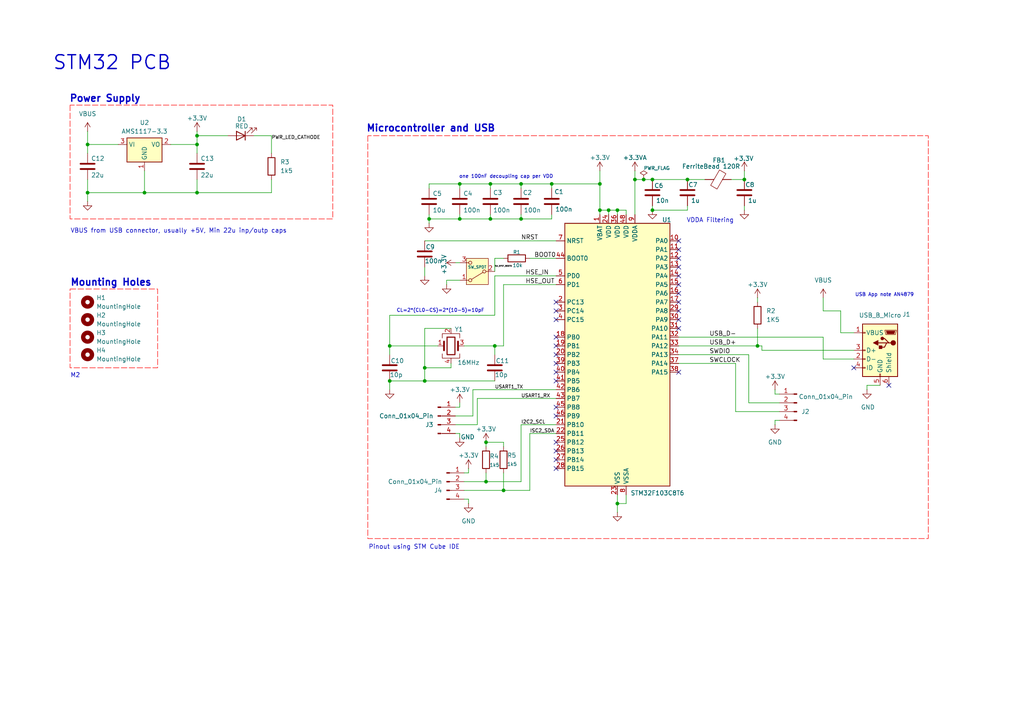
<source format=kicad_sch>
(kicad_sch (version 20250114) (generator "eeschema") (generator_version "9.0")
  (paper "A4")
  (title_block (title "STM32 PCB") (date "4/19/2025") (rev "0.1"))
  (lib_symbols
    (symbol "Connector:Conn_01x04_Pin" (pin_names (offset 1.016) (hide yes))
      (property "Reference" "J" (at 0 5.08 0))
      (property "Value" "Conn_01x04_Pin" (at 0 -7.62 0))
      (symbol "Conn_01x04_Pin_1_1"
        (rectangle (start 0.8636 2.667) (end 0 2.413) (stroke (width 0.1524)) (fill (type outline)))
        (rectangle (start 0.8636 0.127) (end 0 -0.127) (stroke (width 0.1524)) (fill (type outline)))
        (rectangle (start 0.8636 -2.413) (end 0 -2.667) (stroke (width 0.1524)) (fill (type outline)))
        (rectangle (start 0.8636 -4.953) (end 0 -5.207) (stroke (width 0.1524)) (fill (type outline)))
        (polyline (pts (xy 1.27 2.54) (xy 0.8636 2.54)) (stroke (width 0.1524)))
        (polyline (pts (xy 1.27 0) (xy 0.8636 0)) (stroke (width 0.1524)))
        (polyline (pts (xy 1.27 -2.54) (xy 0.8636 -2.54)) (stroke (width 0.1524)))
        (polyline (pts (xy 1.27 -5.08) (xy 0.8636 -5.08)) (stroke (width 0.1524)))
        (pin passive line (at 5.08 2.54 180) (length 3.81) (name "Pin_1") (number "1"))
        (pin passive line (at 5.08 0 180) (length 3.81) (name "Pin_2") (number "2"))
        (pin passive line (at 5.08 -2.54 180) (length 3.81) (name "Pin_3") (number "3"))
        (pin passive line (at 5.08 -5.08 180) (length 3.81) (name "Pin_4") (number "4"))
      )
    )
    (symbol "Connector:USB_B_Micro" (pin_names (offset 1.016))
      (property "Reference" "J" (at -5.08 11.43 0))
      (property "Value" "USB_B_Micro" (at -5.08 8.89 0))
      (symbol "USB_B_Micro_0_1"
        (rectangle (start -5.08 -7.62) (end 5.08 7.62) (stroke (width 0.254)) (fill (type background)))
        (polyline (pts (xy -4.699 5.842) (xy -4.699 5.588) (xy -4.445 4.826) (xy -4.445 4.572) (xy -1.651 4.572) (xy -1.651 4.826) (xy -1.397 5.588) (xy -1.397 5.842) (xy -4.699 5.842)))
        (polyline (pts (xy -4.318 5.588) (xy -1.778 5.588) (xy -2.032 4.826) (xy -4.064 4.826) (xy -4.318 5.588)) (fill (type outline)))
        (circle (center -3.81 2.159) (radius 0.635) (stroke (width 0.254)) (fill (type outline)))
        (polyline (pts (xy -3.175 2.159) (xy -2.54 2.159) (xy -1.27 3.429) (xy -0.635 3.429)) (stroke (width 0.254)))
        (polyline (pts (xy -2.54 2.159) (xy -1.905 2.159) (xy -1.27 0.889) (xy 0 0.889)) (stroke (width 0.254)))
        (polyline (pts (xy -1.905 2.159) (xy 0.635 2.159)) (stroke (width 0.254)))
        (circle (center -0.635 3.429) (radius 0.381) (stroke (width 0.254)) (fill (type outline)))
        (rectangle (start -0.127 -7.62) (end 0.127 -6.858))
        (rectangle (start 0.254 1.27) (end -0.508 0.508) (stroke (width 0.254)) (fill (type outline)))
        (polyline (pts (xy 0.635 2.794) (xy 0.635 1.524) (xy 1.905 2.159) (xy 0.635 2.794)) (stroke (width 0.254)) (fill (type outline)))
        (rectangle (start 5.08 4.953) (end 4.318 5.207))
        (rectangle (start 5.08 -0.127) (end 4.318 0.127))
        (rectangle (start 5.08 -2.667) (end 4.318 -2.413))
        (rectangle (start 5.08 -5.207) (end 4.318 -4.953))
      )
      (symbol "USB_B_Micro_1_1"
        (pin passive line (at -2.54 -10.16 90) (length 2.54) (name "Shield") (number "6"))
        (pin power_out line (at 0 -10.16 90) (length 2.54) (name "GND") (number "5"))
        (pin power_out line (at 7.62 5.08 180) (length 2.54) (name "VBUS") (number "1"))
        (pin bidirectional line (at 7.62 0 180) (length 2.54) (name "D+") (number "3"))
        (pin bidirectional line (at 7.62 -2.54 180) (length 2.54) (name "D-") (number "2"))
        (pin passive line (at 7.62 -5.08 180) (length 2.54) (name "ID") (number "4"))
      )
    )
    (symbol "Device:C" (pin_numbers (hide yes)) (pin_names (offset 0.254))
      (property "Reference" "C" (at 0.635 2.54 0))
      (property "Value" "C" (at 0.635 -2.54 0))
      (symbol "C_0_1"
        (polyline (pts (xy -2.032 0.762) (xy 2.032 0.762)) (stroke (width 0.508)))
        (polyline (pts (xy -2.032 -0.762) (xy 2.032 -0.762)) (stroke (width 0.508)))
      )
      (symbol "C_1_1"
        (pin passive line (at 0 3.81 270) (length 2.794) (name "~") (number "1"))
        (pin passive line (at 0 -3.81 90) (length 2.794) (name "~") (number "2"))
      )
    )
    (symbol "Device:Crystal_GND24" (pin_names (offset 1.016) (hide yes))
      (property "Reference" "Y" (at 3.175 5.08 0))
      (property "Value" "Crystal_GND24" (at 3.175 3.175 0))
      (symbol "Crystal_GND24_0_1"
        (polyline (pts (xy -2.54 2.286) (xy -2.54 3.556) (xy 2.54 3.556) (xy 2.54 2.286)))
        (polyline (pts (xy -2.54 0) (xy -2.032 0)))
        (polyline (pts (xy -2.54 -2.286) (xy -2.54 -3.556) (xy 2.54 -3.556) (xy 2.54 -2.286)))
        (polyline (pts (xy -2.032 -1.27) (xy -2.032 1.27)) (stroke (width 0.508)))
        (rectangle (start -1.143 2.54) (end 1.143 -2.54) (stroke (width 0.3048)))
        (polyline (pts (xy 0 3.556) (xy 0 3.81)))
        (polyline (pts (xy 0 -3.81) (xy 0 -3.556)))
        (polyline (pts (xy 2.032 0) (xy 2.54 0)))
        (polyline (pts (xy 2.032 -1.27) (xy 2.032 1.27)) (stroke (width 0.508)))
      )
      (symbol "Crystal_GND24_1_1"
        (pin passive line (at -3.81 0 0) (length 1.27) (name "1") (number "1"))
        (pin passive line (at 0 5.08 270) (length 1.27) (name "2") (number "2"))
        (pin passive line (at 0 -5.08 90) (length 1.27) (name "4") (number "4"))
        (pin passive line (at 3.81 0 180) (length 1.27) (name "3") (number "3"))
      )
    )
    (symbol "Device:FerriteBead" (pin_numbers (hide yes)) (pin_names (offset 0))
      (property "Reference" "FB" (at -3.81 0.635 90))
      (property "Value" "FerriteBead" (at 3.81 0 90))
      (symbol "FerriteBead_0_1"
        (polyline (pts (xy -2.7686 0.4064) (xy -1.7018 2.2606) (xy 2.7686 -0.3048) (xy 1.6764 -2.159) (xy -2.7686 0.4064)))
        (polyline (pts (xy 0 1.27) (xy 0 1.2954)))
        (polyline (pts (xy 0 -1.27) (xy 0 -1.2192)))
      )
      (symbol "FerriteBead_1_1"
        (pin passive line (at 0 3.81 270) (length 2.54) (name "~") (number "1"))
        (pin passive line (at 0 -3.81 90) (length 2.54) (name "~") (number "2"))
      )
    )
    (symbol "Device:LED" (pin_numbers (hide yes)) (pin_names (offset 1.016) (hide yes))
      (property "Reference" "D" (at 0 2.54 0))
      (property "Value" "LED" (at 0 -2.54 0))
      (symbol "LED_0_1"
        (polyline (pts (xy -3.048 -0.762) (xy -4.572 -2.286) (xy -3.81 -2.286) (xy -4.572 -2.286) (xy -4.572 -1.524)))
        (polyline (pts (xy -1.778 -0.762) (xy -3.302 -2.286) (xy -2.54 -2.286) (xy -3.302 -2.286) (xy -3.302 -1.524)))
        (polyline (pts (xy -1.27 0) (xy 1.27 0)))
        (polyline (pts (xy -1.27 -1.27) (xy -1.27 1.27)) (stroke (width 0.254)))
        (polyline (pts (xy 1.27 -1.27) (xy 1.27 1.27) (xy -1.27 0) (xy 1.27 -1.27)) (stroke (width 0.254)))
      )
      (symbol "LED_1_1"
        (pin passive line (at -3.81 0 0) (length 2.54) (name "K") (number "1"))
        (pin passive line (at 3.81 0 180) (length 2.54) (name "A") (number "2"))
      )
    )
    (symbol "Device:R" (pin_numbers (hide yes)) (pin_names (offset 0))
      (property "Reference" "R" (at 2.032 0 90))
      (property "Value" "R" (at 0 0 90))
      (symbol "R_0_1"
        (rectangle (start -1.016 -2.54) (end 1.016 2.54) (stroke (width 0.254)))
      )
      (symbol "R_1_1"
        (pin passive line (at 0 3.81 270) (length 1.27) (name "~") (number "1"))
        (pin passive line (at 0 -3.81 90) (length 1.27) (name "~") (number "2"))
      )
    )
    (symbol "MCU_ST_STM32F1:STM32F103C8Tx"
      (property "Reference" "U" (at -15.24 39.37 0))
      (property "Value" "STM32F103C8Tx" (at 7.62 39.37 0))
      (symbol "STM32F103C8Tx_0_1"
        (rectangle (start -15.24 -38.1) (end 15.24 38.1) (stroke (width 0.254)) (fill (type background)))
      )
      (symbol "STM32F103C8Tx_1_1"
        (pin input line (at -17.78 33.02 0) (length 2.54) (name "NRST") (number "7"))
        (pin input line (at -17.78 27.94 0) (length 2.54) (name "BOOT0") (number "44"))
        (pin bidirectional line (at -17.78 22.86 0) (length 2.54) (name "PD0") (number "5"))
        (pin bidirectional line (at -17.78 20.32 0) (length 2.54) (name "PD1") (number "6"))
        (pin bidirectional line (at -17.78 15.24 0) (length 2.54) (name "PC13") (number "2"))
        (pin bidirectional line (at -17.78 12.7 0) (length 2.54) (name "PC14") (number "3"))
        (pin bidirectional line (at -17.78 10.16 0) (length 2.54) (name "PC15") (number "4"))
        (pin bidirectional line (at -17.78 5.08 0) (length 2.54) (name "PB0") (number "18"))
        (pin bidirectional line (at -17.78 2.54 0) (length 2.54) (name "PB1") (number "19"))
        (pin bidirectional line (at -17.78 0 0) (length 2.54) (name "PB2") (number "20"))
        (pin bidirectional line (at -17.78 -2.54 0) (length 2.54) (name "PB3") (number "39"))
        (pin bidirectional line (at -17.78 -5.08 0) (length 2.54) (name "PB4") (number "40"))
        (pin bidirectional line (at -17.78 -7.62 0) (length 2.54) (name "PB5") (number "41"))
        (pin bidirectional line (at -17.78 -10.16 0) (length 2.54) (name "PB6") (number "42"))
        (pin bidirectional line (at -17.78 -12.7 0) (length 2.54) (name "PB7") (number "43"))
        (pin bidirectional line (at -17.78 -15.24 0) (length 2.54) (name "PB8") (number "45"))
        (pin bidirectional line (at -17.78 -17.78 0) (length 2.54) (name "PB9") (number "46"))
        (pin bidirectional line (at -17.78 -20.32 0) (length 2.54) (name "PB10") (number "21"))
        (pin bidirectional line (at -17.78 -22.86 0) (length 2.54) (name "PB11") (number "22"))
        (pin bidirectional line (at -17.78 -25.4 0) (length 2.54) (name "PB12") (number "25"))
        (pin bidirectional line (at -17.78 -27.94 0) (length 2.54) (name "PB13") (number "26"))
        (pin bidirectional line (at -17.78 -30.48 0) (length 2.54) (name "PB14") (number "27"))
        (pin bidirectional line (at -17.78 -33.02 0) (length 2.54) (name "PB15") (number "28"))
        (pin power_in line (at -5.08 40.64 270) (length 2.54) (name "VBAT") (number "1"))
        (pin power_in line (at -2.54 40.64 270) (length 2.54) (name "VDD") (number "24"))
        (pin power_in line (at 0 40.64 270) (length 2.54) (name "VDD") (number "36"))
        (pin power_in line (at 0 -40.64 90) (length 2.54) (name "VSS") (number "23"))
        (pin passive line (at 0 -40.64 90) (length 2.54) (hide yes) (name "VSS") (number "35"))
        (pin passive line (at 0 -40.64 90) (length 2.54) (hide yes) (name "VSS") (number "47"))
        (pin power_in line (at 2.54 40.64 270) (length 2.54) (name "VDD") (number "48"))
        (pin power_in line (at 2.54 -40.64 90) (length 2.54) (name "VSSA") (number "8"))
        (pin power_in line (at 5.08 40.64 270) (length 2.54) (name "VDDA") (number "9"))
        (pin bidirectional line (at 17.78 33.02 180) (length 2.54) (name "PA0") (number "10"))
        (pin bidirectional line (at 17.78 30.48 180) (length 2.54) (name "PA1") (number "11"))
        (pin bidirectional line (at 17.78 27.94 180) (length 2.54) (name "PA2") (number "12"))
        (pin bidirectional line (at 17.78 25.4 180) (length 2.54) (name "PA3") (number "13"))
        (pin bidirectional line (at 17.78 22.86 180) (length 2.54) (name "PA4") (number "14"))
        (pin bidirectional line (at 17.78 20.32 180) (length 2.54) (name "PA5") (number "15"))
        (pin bidirectional line (at 17.78 17.78 180) (length 2.54) (name "PA6") (number "16"))
        (pin bidirectional line (at 17.78 15.24 180) (length 2.54) (name "PA7") (number "17"))
        (pin bidirectional line (at 17.78 12.7 180) (length 2.54) (name "PA8") (number "29"))
        (pin bidirectional line (at 17.78 10.16 180) (length 2.54) (name "PA9") (number "30"))
        (pin bidirectional line (at 17.78 7.62 180) (length 2.54) (name "PA10") (number "31"))
        (pin bidirectional line (at 17.78 5.08 180) (length 2.54) (name "PA11") (number "32"))
        (pin bidirectional line (at 17.78 2.54 180) (length 2.54) (name "PA12") (number "33"))
        (pin bidirectional line (at 17.78 0 180) (length 2.54) (name "PA13") (number "34"))
        (pin bidirectional line (at 17.78 -2.54 180) (length 2.54) (name "PA14") (number "37"))
        (pin bidirectional line (at 17.78 -5.08 180) (length 2.54) (name "PA15") (number "38"))
      )
    )
    (symbol "Mechanical:MountingHole" (pin_names (offset 1.016)) (in_bom no)
      (property "Reference" "H" (at 0 5.08 0))
      (property "Value" "MountingHole" (at 0 3.175 0))
      (symbol "MountingHole_0_1"
        (circle (center 0 0) (radius 1.27) (stroke (width 1.27)))
      )
    )
    (symbol "Regulator_Linear:AMS1117-3.3"
      (property "Reference" "U" (at -3.81 3.175 0))
      (property "Value" "AMS1117-3.3" (at 0 3.175 0))
      (symbol "AMS1117-3.3_0_1"
        (rectangle (start -5.08 -5.08) (end 5.08 1.905) (stroke (width 0.254)) (fill (type background)))
      )
      (symbol "AMS1117-3.3_1_1"
        (pin power_in line (at -7.62 0 0) (length 2.54) (name "VI") (number "3"))
        (pin power_in line (at 0 -7.62 90) (length 2.54) (name "GND") (number "1"))
        (pin power_out line (at 7.62 0 180) (length 2.54) (name "VO") (number "2"))
      )
    )
    (symbol "Switch:SW_SPDT" (pin_names (offset 0) (hide yes))
      (property "Reference" "SW" (at 0 5.08 0))
      (property "Value" "SW_SPDT" (at 0 -5.08 0))
      (symbol "SW_SPDT_0_1"
        (circle (center -2.032 0) (radius 0.4572))
        (polyline (pts (xy -1.651 0.254) (xy 1.651 2.286)))
        (circle (center 2.032 2.54) (radius 0.4572))
        (circle (center 2.032 -2.54) (radius 0.4572))
      )
      (symbol "SW_SPDT_1_1"
        (rectangle (start -3.175 3.81) (end 3.175 -3.81) (fill (type background)))
        (pin passive line (at -5.08 0 0) (length 2.54) (name "B") (number "2"))
        (pin passive line (at 5.08 2.54 180) (length 2.54) (name "A") (number "1"))
        (pin passive line (at 5.08 -2.54 180) (length 2.54) (name "C") (number "3"))
      )
    )
    (symbol "power:+3.3V" (power) (pin_numbers (hide yes)) (pin_names (offset 0) (hide yes))
      (property "Value" "+3.3V" (at 0 3.556 0))
      (symbol "+3.3V_0_1"
        (polyline (pts (xy -0.762 1.27) (xy 0 2.54)))
        (polyline (pts (xy 0 2.54) (xy 0.762 1.27)))
        (polyline (pts (xy 0 0) (xy 0 2.54)))
      )
      (symbol "+3.3V_1_1"
        (pin power_in line (at 0 0 90) (length 0) (name "~") (number "1"))
      )
    )
    (symbol "power:+3.3VA" (power) (pin_numbers (hide yes)) (pin_names (offset 0) (hide yes))
      (property "Value" "+3.3VA" (at 0 3.556 0))
      (symbol "+3.3VA_0_1"
        (polyline (pts (xy -0.762 1.27) (xy 0 2.54)))
        (polyline (pts (xy 0 2.54) (xy 0.762 1.27)))
        (polyline (pts (xy 0 0) (xy 0 2.54)))
      )
      (symbol "+3.3VA_1_1"
        (pin power_in line (at 0 0 90) (length 0) (name "~") (number "1"))
      )
    )
    (symbol "power:GND" (power) (pin_numbers (hide yes)) (pin_names (offset 0) (hide yes))
      (property "Value" "GND" (at 0 -3.81 0))
      (symbol "GND_0_1"
        (polyline (pts (xy 0 0) (xy 0 -1.27) (xy 1.27 -1.27) (xy 0 -2.54) (xy -1.27 -1.27) (xy 0 -1.27)))
      )
      (symbol "GND_1_1"
        (pin power_in line (at 0 0 270) (length 0) (name "~") (number "1"))
      )
    )
    (symbol "power:PWR_FLAG" (power) (pin_numbers (hide yes)) (pin_names (offset 0) (hide yes))
      (property "Value" "PWR_FLAG" (at 0 3.81 0))
      (symbol "PWR_FLAG_0_0"
        (pin power_out line (at 0 0 90) (length 0) (name "~") (number "1"))
      )
      (symbol "PWR_FLAG_0_1"
        (polyline (pts (xy 0 0) (xy 0 1.27) (xy -1.016 1.905) (xy 0 2.54) (xy 1.016 1.905) (xy 0 1.27)))
      )
    )
    (symbol "power:VBUS" (power) (pin_numbers (hide yes)) (pin_names (offset 0) (hide yes))
      (property "Value" "VBUS" (at 0 3.556 0))
      (symbol "VBUS_0_1"
        (polyline (pts (xy -0.762 1.27) (xy 0 2.54)))
        (polyline (pts (xy 0 2.54) (xy 0.762 1.27)))
        (polyline (pts (xy 0 0) (xy 0 2.54)))
      )
      (symbol "VBUS_1_1"
        (pin power_in line (at 0 0 90) (length 0) (name "~") (number "1"))
      )
    )
  )
  (text "CL=2*(CL0-CS)=2*(10-5)=10pF" (at 127.762 90.17 0) (effects (font (size 1 1))))
  (text "Power Supply" (at 30.48 28.702 0) (effects (font (size 2 2) (thickness 0.4) (bold yes))))
  (text "M2" (at 21.844 108.966 0) (effects (font (size 1.27 1.27) (thickness 0.1588))))
  (text "VDDA Filtering" (at 205.994 64.008 0) (effects (font (size 1.27 1.27))))
  (text "Pinout using STM Cube IDE" (at 120.142 158.75 0) (effects (font (size 1.27 1.27))))
  (text "Microcontroller and USB" (at 124.968 37.338 0) (effects (font (size 2 2) (thickness 0.4) (bold yes))))
  (text "Mounting Holes" (at 20.32 82.042 0) (effects (font (size 2 2) (thickness 0.4) (bold yes)) (justify left)))
  (text "one 100nF decoupling cap per VDD" (at 146.812 51.308 0) (effects (font (size 1 1))))
  (text "STM32 PCB" (at 32.512 18.288 0) (effects (font (size 4 4) (thickness 0.4) (bold yes))))
  (text "VBUS from USB connector, usually +5V, Min 22u inp/outp caps" (at 51.816 67.056 0) (effects (font (size 1.27 1.27))))
  (text "USB App note AN4879" (at 256.54 85.598 0) (effects (font (size 1 1))))
  (junction (at 184.15 52.07))
  (junction (at 123.19 106.68))
  (junction (at 41.91 55.88))
  (junction (at 199.39 52.07))
  (junction (at 113.03 110.49))
  (junction (at 113.03 100.33))
  (junction (at 176.53 60.96))
  (junction (at 173.99 53.34))
  (junction (at 179.07 60.96))
  (junction (at 146.05 142.24))
  (junction (at 124.46 63.5))
  (junction (at 140.97 139.7))
  (junction (at 57.15 39.37))
  (junction (at 142.24 63.5))
  (junction (at 151.13 53.34))
  (junction (at 160.02 53.34))
  (junction (at 189.23 60.96))
  (junction (at 151.13 63.5))
  (junction (at 189.23 52.07))
  (junction (at 25.4 41.91))
  (junction (at 142.24 53.34))
  (junction (at 179.07 146.05))
  (junction (at 215.9 52.07))
  (junction (at 133.35 63.5))
  (junction (at 186.69 52.07))
  (junction (at 219.71 100.33))
  (junction (at 143.51 100.33))
  (junction (at 57.15 41.91))
  (junction (at 133.35 53.34))
  (junction (at 173.99 60.96))
  (junction (at 57.15 55.88))
  (junction (at 123.19 110.49))
  (junction (at 25.4 55.88))
  (junction (at 140.97 128.27))
  (no_connect (at 196.85 72.39))
  (no_connect (at 161.29 102.87))
  (no_connect (at 161.29 110.49))
  (no_connect (at 196.85 74.93))
  (no_connect (at 196.85 85.09))
  (no_connect (at 196.85 90.17))
  (no_connect (at 161.29 120.65))
  (no_connect (at 196.85 92.71))
  (no_connect (at 161.29 135.89))
  (no_connect (at 196.85 82.55))
  (no_connect (at 161.29 92.71))
  (no_connect (at 161.29 130.81))
  (no_connect (at 196.85 80.01))
  (no_connect (at 196.85 69.85))
  (no_connect (at 257.81 111.76))
  (no_connect (at 161.29 133.35))
  (no_connect (at 161.29 90.17))
  (no_connect (at 196.85 87.63))
  (no_connect (at 247.65 106.68))
  (no_connect (at 196.85 95.25))
  (no_connect (at 161.29 105.41))
  (no_connect (at 161.29 118.11))
  (no_connect (at 161.29 100.33))
  (no_connect (at 161.29 97.79))
  (no_connect (at 161.29 107.95))
  (no_connect (at 161.29 128.27))
  (no_connect (at 196.85 107.95))
  (no_connect (at 161.29 87.63))
  (no_connect (at 196.85 77.47))
  (wire (pts (xy 143.51 80.01) (xy 161.29 80.01)))
  (wire (pts (xy 247.65 96.52) (xy 243.84 96.52)))
  (wire (pts (xy 134.62 100.33) (xy 143.51 100.33)))
  (wire (pts (xy 57.15 41.91) (xy 57.15 44.45)))
  (wire (pts (xy 142.24 53.34) (xy 142.24 54.61)))
  (wire (pts (xy 143.51 74.93) (xy 143.51 78.74)))
  (wire (pts (xy 143.51 100.33) (xy 143.51 102.87)))
  (wire (pts (xy 219.71 86.36) (xy 219.71 87.63)))
  (wire (pts (xy 134.62 144.78) (xy 135.89 144.78)))
  (wire (pts (xy 151.13 123.19) (xy 151.13 139.7)))
  (wire (pts (xy 160.02 54.61) (xy 160.02 53.34)))
  (wire (pts (xy 137.16 120.65) (xy 132.08 120.65)))
  (wire (pts (xy 212.09 52.07) (xy 215.9 52.07)))
  (wire (pts (xy 113.03 91.44) (xy 113.03 100.33)))
  (wire (pts (xy 140.97 128.27) (xy 146.05 128.27)))
  (wire (pts (xy 238.76 97.79) (xy 238.76 104.14)))
  (wire (pts (xy 138.43 115.57) (xy 161.29 115.57)))
  (wire (pts (xy 151.13 53.34) (xy 160.02 53.34)))
  (wire (pts (xy 160.02 63.5) (xy 160.02 62.23)))
  (wire (pts (xy 41.91 55.88) (xy 57.15 55.88)))
  (wire (pts (xy 146.05 142.24) (xy 153.67 142.24)))
  (wire (pts (xy 129.54 81.28) (xy 129.54 82.55)))
  (wire (pts (xy 146.05 129.54) (xy 146.05 128.27)))
  (wire (pts (xy 186.69 52.07) (xy 189.23 52.07)))
  (wire (pts (xy 226.06 119.38) (xy 213.36 119.38)))
  (wire (pts (xy 130.81 105.41) (xy 130.81 106.68)))
  (wire (pts (xy 179.07 60.96) (xy 181.61 60.96)))
  (wire (pts (xy 184.15 49.53) (xy 184.15 52.07)))
  (wire (pts (xy 25.4 41.91) (xy 25.4 44.45)))
  (wire (pts (xy 135.89 144.78) (xy 135.89 146.05)))
  (wire (pts (xy 142.24 62.23) (xy 142.24 63.5)))
  (wire (pts (xy 133.35 62.23) (xy 133.35 63.5)))
  (wire (pts (xy 132.08 76.2) (xy 133.35 76.2)))
  (wire (pts (xy 133.35 53.34) (xy 133.35 54.61)))
  (wire (pts (xy 173.99 60.96) (xy 176.53 60.96)))
  (wire (pts (xy 138.43 123.19) (xy 132.08 123.19)))
  (wire (pts (xy 226.06 114.3) (xy 224.79 114.3)))
  (wire (pts (xy 123.19 110.49) (xy 113.03 110.49)))
  (wire (pts (xy 124.46 62.23) (xy 124.46 63.5)))
  (wire (pts (xy 153.67 125.73) (xy 161.29 125.73)))
  (wire (pts (xy 133.35 53.34) (xy 142.24 53.34)))
  (wire (pts (xy 146.05 74.93) (xy 143.51 74.93)))
  (wire (pts (xy 113.03 100.33) (xy 127 100.33)))
  (wire (pts (xy 130.81 95.25) (xy 123.19 95.25)))
  (wire (pts (xy 151.13 53.34) (xy 151.13 54.61)))
  (wire (pts (xy 196.85 102.87) (xy 217.17 102.87)))
  (wire (pts (xy 25.4 55.88) (xy 41.91 55.88)))
  (wire (pts (xy 179.07 143.51) (xy 179.07 146.05)))
  (wire (pts (xy 181.61 143.51) (xy 181.61 146.05)))
  (wire (pts (xy 153.67 125.73) (xy 153.67 142.24)))
  (wire (pts (xy 123.19 106.68) (xy 123.19 110.49)))
  (wire (pts (xy 143.51 91.44) (xy 113.03 91.44)))
  (wire (pts (xy 34.29 41.91) (xy 25.4 41.91)))
  (wire (pts (xy 215.9 49.53) (xy 215.9 52.07)))
  (wire (pts (xy 133.35 125.73) (xy 133.35 127)))
  (wire (pts (xy 78.74 39.37) (xy 78.74 44.45)))
  (wire (pts (xy 57.15 39.37) (xy 66.04 39.37)))
  (wire (pts (xy 135.89 135.89) (xy 135.89 137.16)))
  (wire (pts (xy 251.46 111.76) (xy 251.46 113.03)))
  (wire (pts (xy 189.23 52.07) (xy 199.39 52.07)))
  (wire (pts (xy 219.71 95.25) (xy 219.71 100.33)))
  (wire (pts (xy 124.46 63.5) (xy 133.35 63.5)))
  (wire (pts (xy 25.4 55.88) (xy 25.4 58.42)))
  (wire (pts (xy 137.16 113.03) (xy 161.29 113.03)))
  (wire (pts (xy 213.36 119.38) (xy 213.36 105.41)))
  (wire (pts (xy 132.08 125.73) (xy 133.35 125.73)))
  (wire (pts (xy 176.53 60.96) (xy 176.53 62.23)))
  (wire (pts (xy 224.79 114.3) (xy 224.79 113.03)))
  (wire (pts (xy 146.05 82.55) (xy 161.29 82.55)))
  (wire (pts (xy 143.51 100.33) (xy 146.05 100.33)))
  (wire (pts (xy 243.84 90.17) (xy 243.84 96.52)))
  (wire (pts (xy 199.39 52.07) (xy 204.47 52.07)))
  (wire (pts (xy 49.53 41.91) (xy 57.15 41.91)))
  (wire (pts (xy 123.19 106.68) (xy 130.81 106.68)))
  (wire (pts (xy 137.16 113.03) (xy 137.16 120.65)))
  (wire (pts (xy 73.66 39.37) (xy 78.74 39.37)))
  (wire (pts (xy 123.19 95.25) (xy 123.19 106.68)))
  (wire (pts (xy 184.15 52.07) (xy 186.69 52.07)))
  (wire (pts (xy 78.74 52.07) (xy 78.74 55.88)))
  (wire (pts (xy 196.85 100.33) (xy 219.71 100.33)))
  (wire (pts (xy 134.62 142.24) (xy 146.05 142.24)))
  (wire (pts (xy 173.99 60.96) (xy 173.99 62.23)))
  (wire (pts (xy 238.76 104.14) (xy 247.65 104.14)))
  (wire (pts (xy 140.97 128.27) (xy 140.97 129.54)))
  (wire (pts (xy 215.9 59.69) (xy 215.9 60.96)))
  (wire (pts (xy 226.06 116.84) (xy 217.17 116.84)))
  (wire (pts (xy 238.76 90.17) (xy 238.76 86.36)))
  (wire (pts (xy 151.13 63.5) (xy 160.02 63.5)))
  (wire (pts (xy 57.15 39.37) (xy 57.15 41.91)))
  (wire (pts (xy 179.07 60.96) (xy 179.07 62.23)))
  (wire (pts (xy 143.51 80.01) (xy 143.51 91.44)))
  (wire (pts (xy 146.05 137.16) (xy 146.05 142.24)))
  (wire (pts (xy 140.97 137.16) (xy 140.97 139.7)))
  (wire (pts (xy 133.35 63.5) (xy 142.24 63.5)))
  (wire (pts (xy 124.46 54.61) (xy 124.46 53.34)))
  (wire (pts (xy 57.15 52.07) (xy 57.15 55.88)))
  (wire (pts (xy 220.98 100.33) (xy 219.71 100.33)))
  (wire (pts (xy 142.24 53.34) (xy 151.13 53.34)))
  (wire (pts (xy 133.35 118.11) (xy 132.08 118.11)))
  (wire (pts (xy 255.27 111.76) (xy 251.46 111.76)))
  (wire (pts (xy 151.13 62.23) (xy 151.13 63.5)))
  (wire (pts (xy 143.51 110.49) (xy 123.19 110.49)))
  (wire (pts (xy 181.61 60.96) (xy 181.61 62.23)))
  (wire (pts (xy 25.4 38.1) (xy 25.4 41.91)))
  (wire (pts (xy 124.46 53.34) (xy 133.35 53.34)))
  (wire (pts (xy 173.99 53.34) (xy 173.99 60.96)))
  (wire (pts (xy 124.46 63.5) (xy 124.46 64.77)))
  (wire (pts (xy 217.17 116.84) (xy 217.17 102.87)))
  (wire (pts (xy 243.84 90.17) (xy 238.76 90.17)))
  (wire (pts (xy 224.79 121.92) (xy 224.79 123.19)))
  (wire (pts (xy 123.19 77.47) (xy 123.19 80.01)))
  (wire (pts (xy 129.54 81.28) (xy 133.35 81.28)))
  (wire (pts (xy 135.89 137.16) (xy 134.62 137.16)))
  (wire (pts (xy 220.98 101.6) (xy 220.98 100.33)))
  (wire (pts (xy 189.23 59.69) (xy 189.23 60.96)))
  (wire (pts (xy 78.74 55.88) (xy 57.15 55.88)))
  (wire (pts (xy 123.19 69.85) (xy 161.29 69.85)))
  (wire (pts (xy 146.05 82.55) (xy 146.05 100.33)))
  (wire (pts (xy 179.07 146.05) (xy 179.07 148.59)))
  (wire (pts (xy 179.07 146.05) (xy 181.61 146.05)))
  (wire (pts (xy 140.97 139.7) (xy 151.13 139.7)))
  (wire (pts (xy 199.39 60.96) (xy 189.23 60.96)))
  (wire (pts (xy 151.13 123.19) (xy 161.29 123.19)))
  (wire (pts (xy 196.85 105.41) (xy 213.36 105.41)))
  (wire (pts (xy 226.06 121.92) (xy 224.79 121.92)))
  (wire (pts (xy 173.99 49.53) (xy 173.99 53.34)))
  (wire (pts (xy 184.15 62.23) (xy 184.15 52.07)))
  (wire (pts (xy 247.65 101.6) (xy 220.98 101.6)))
  (wire (pts (xy 153.67 74.93) (xy 161.29 74.93)))
  (wire (pts (xy 41.91 49.53) (xy 41.91 55.88)))
  (wire (pts (xy 57.15 38.1) (xy 57.15 39.37)))
  (wire (pts (xy 160.02 53.34) (xy 173.99 53.34)))
  (wire (pts (xy 199.39 59.69) (xy 199.39 60.96)))
  (wire (pts (xy 196.85 97.79) (xy 238.76 97.79)))
  (wire (pts (xy 142.24 63.5) (xy 151.13 63.5)))
  (wire (pts (xy 113.03 110.49) (xy 113.03 113.03)))
  (wire (pts (xy 138.43 115.57) (xy 138.43 123.19)))
  (wire (pts (xy 133.35 116.84) (xy 133.35 118.11)))
  (wire (pts (xy 113.03 100.33) (xy 113.03 102.87)))
  (wire (pts (xy 134.62 139.7) (xy 140.97 139.7)))
  (wire (pts (xy 176.53 60.96) (xy 179.07 60.96)))
  (wire (pts (xy 25.4 52.07) (xy 25.4 55.88)))
  (label "I2C2_SCL" (at 151.13 123.19 0) (effects (font (size 1 1))))
  (label "HSE_OUT" (at 152.4 82.55 0))
  (label "BOOT0" (at 154.94 74.93 0))
  (label "HSE_IN" (at 152.4 80.01 0))
  (label "SWCLOCK" (at 205.74 105.41 0))
  (label "SWDIO" (at 205.74 102.87 0))
  (label "PWR_LED_CATHODE" (at 78.74 40.64 0) (effects (font (size 1 1))))
  (label "USB_D+" (at 205.74 100.33 0))
  (label "USART1_RX" (at 151.13 115.57 0) (effects (font (size 1 1))))
  (label "ISC2_SDA" (at 153.67 125.73 0) (effects (font (size 1 1))))
  (label "SW_SPDT_BOOT0" (at 143.51 77.47 0) (effects (font (size 0.4 0.4))))
  (label "USART1_TX" (at 143.51 113.03 0) (effects (font (size 1 1))))
  (label "NRST" (at 151.13 69.85 0))
  (label "USB_D-" (at 205.74 97.79 0))
  (rule_area (polyline (pts (xy 106.68 39.37) (xy 106.68 156.21) (xy 269.24 156.21) (xy 269.24 39.37)) (stroke (width 0) (type dash))))
  (rule_area (polyline (pts (xy 20.32 30.48) (xy 20.32 63.5) (xy 96.52 63.5) (xy 96.52 30.48)) (stroke (width 0) (type dash))))
  (rule_area (polyline (pts (xy 20.32 83.82) (xy 45.72 83.82) (xy 45.72 106.68) (xy 20.32 106.68)) (stroke (width 0) (type dash))))
  (symbol (lib_id "power:+3.3V") (at 219.71 86.36 0) (unit 1)
    (property "Reference" "#PWR014" (effects (hide yes)))
    (property "Value" "+3.3V" (at 219.71 82.55 0))
    (property "Description" "Power symbol creates a global label with name \"+3.3V\"" (effects (hide yes)))
  )
  (symbol (lib_id "power:GND") (at 251.46 113.03 0) (unit 1)
    (property "Reference" "#PWR02" (effects (hide yes)))
    (property "Value" "GND" (at 251.714 118.11 0))
    (property "Description" "Power symbol creates a global label with name \"GND\" , ground" (effects (hide yes)))
  )
  (symbol (lib_id "power:GND") (at 129.54 82.55 0) (unit 1)
    (property "Reference" "#PWR011" (effects (hide yes)))
    (property "Value" "GND" (effects (hide yes)))
    (property "Description" "Power symbol creates a global label with name \"GND\" , ground" (effects (hide yes)))
  )
  (symbol (lib_id "Device:R") (at 78.74 48.26 0) (unit 1)
    (property "Reference" "R3" (at 81.28 46.9899 0) (effects (justify left)))
    (property "Value" "1k5" (at 81.28 49.5299 0) (effects (justify left)))
    (property "Footprint" "Resistor_SMD:R_0402_1005Metric" (effects (hide yes)))
    (property "Description" "Resistor" (effects (hide yes)))
  )
  (symbol (lib_id "Mechanical:MountingHole") (at 25.4 92.71 0) (unit 1) (in_bom no)
    (property "Reference" "H2" (at 27.94 91.4399 0) (effects (justify left)))
    (property "Value" "MountingHole" (at 27.94 93.9799 0) (effects (justify left)))
    (property "Footprint" "MountingHole:MountingHole_2.2mm_M2" (effects (hide yes)))
    (property "Description" "Mounting Hole without connection" (effects (hide yes)))
  )
  (symbol (lib_id "Device:LED") (at 69.85 39.37 180) (unit 1)
    (property "Reference" "D1" (at 70.104 34.544 0))
    (property "Value" "RED" (at 70.104 36.576 0))
    (property "Footprint" "LED_SMD:LED_0603_1608Metric" (effects (hide yes)))
    (property "Description" "Light emitting diode" (effects (hide yes)))
    (property "Sim.Pins" "1=K 2=A" (effects (hide yes)))
  )
  (symbol (lib_id "Device:C") (at 215.9 55.88 0) (unit 1)
    (property "Reference" "C8" (at 216.154 53.594 0) (effects (justify left)))
    (property "Value" "1u" (at 216.916 58.166 0) (effects (justify left)))
    (property "Footprint" "Capacitor_SMD:C_0402_1005Metric" (effects (hide yes)))
    (property "Description" "Unpolarized capacitor" (effects (hide yes)))
  )
  (symbol (lib_id "Connector:Conn_01x04_Pin") (at 231.14 116.84 0) (mirror y) (unit 1)
    (property "Reference" "J2" (at 232.41 119.3801 0) (effects (justify right)))
    (property "Value" "Conn_01x04_Pin" (at 231.648 115.062 0) (effects (justify right)))
    (property "Footprint" "Connector_PinHeader_2.54mm:PinHeader_1x04_P2.54mm_Vertical" (effects (hide yes)))
    (property "Description" "Generic connector, single row, 01x04, script generated" (effects (hide yes)))
  )
  (symbol (lib_id "Device:C") (at 143.51 106.68 0) (unit 1)
    (property "Reference" "C11" (at 143.764 104.648 0) (effects (justify left)))
    (property "Value" "10p" (at 143.51 108.712 0) (effects (justify left)))
    (property "Footprint" "Capacitor_SMD:C_0402_1005Metric" (effects (hide yes)))
    (property "Description" "Unpolarized capacitor" (effects (hide yes)))
  )
  (symbol (lib_id "Device:C") (at 142.24 58.42 0) (unit 1)
    (property "Reference" "C3" (at 143.002 55.88 0) (effects (justify left)))
    (property "Value" "100n" (at 143.002 60.96 0) (effects (justify left)))
    (property "Footprint" "Capacitor_SMD:C_0402_1005Metric" (effects (hide yes)))
    (property "Description" "Unpolarized capacitor" (effects (hide yes)))
  )
  (symbol (lib_id "Connector:Conn_01x04_Pin") (at 129.54 139.7 0) (unit 1)
    (property "Reference" "J4" (at 128.27 142.2401 0) (effects (justify right)))
    (property "Value" "Conn_01x04_Pin" (at 128.27 139.7001 0) (effects (justify right)))
    (property "Footprint" "Connector_PinHeader_2.54mm:PinHeader_1x04_P2.54mm_Vertical" (effects (hide yes)))
    (property "Description" "Generic connector, single row, 01x04, script generated" (effects (hide yes)))
  )
  (symbol (lib_id "Regulator_Linear:AMS1117-3.3") (at 41.91 41.91 0) (unit 1)
    (property "Reference" "U2" (at 41.91 35.56 0))
    (property "Value" "AMS1117-3.3" (at 41.91 38.1 0))
    (property "Footprint" "Package_TO_SOT_SMD:SOT-223-3_TabPin2" (effects (hide yes)))
    (property "Datasheet" "http://www.advanced-monolithic.com/pdf/ds1117.pdf" (effects (hide yes)))
    (property "Description" "1A Low Dropout regulator, positive, 3.3V fixed output, SOT-223" (effects (hide yes)))
  )
  (symbol (lib_id "Mechanical:MountingHole") (at 25.4 102.87 0) (unit 1) (in_bom no)
    (property "Reference" "H4" (at 27.94 101.5999 0) (effects (justify left)))
    (property "Value" "MountingHole" (at 27.94 104.1399 0) (effects (justify left)))
    (property "Footprint" "MountingHole:MountingHole_2.2mm_M2" (effects (hide yes)))
    (property "Description" "Mounting Hole without connection" (effects (hide yes)))
  )
  (symbol (lib_id "Device:R") (at 146.05 133.35 0) (unit 1)
    (property "Reference" "R5" (at 147.066 132.08 0) (effects (justify left)))
    (property "Value" "1k5" (at 147.066 134.62 0) (effects (font (size 1 1)) (justify left)))
    (property "Footprint" "Resistor_SMD:R_0402_1005Metric" (effects (hide yes)))
    (property "Description" "Resistor" (effects (hide yes)))
  )
  (symbol (lib_id "power:+3.3V") (at 135.89 135.89 0) (unit 1)
    (property "Reference" "#PWR022" (effects (hide yes)))
    (property "Value" "+3.3V" (at 135.89 132.08 0))
    (property "Description" "Power symbol creates a global label with name \"+3.3V\"" (effects (hide yes)))
  )
  (symbol (lib_id "Device:C") (at 160.02 58.42 0) (unit 1)
    (property "Reference" "C1" (at 160.782 55.626 0) (effects (justify left)))
    (property "Value" "100n" (at 161.036 60.706 0) (effects (justify left)))
    (property "Footprint" "Capacitor_SMD:C_0402_1005Metric" (effects (hide yes)))
    (property "Description" "Unpolarized capacitor" (effects (hide yes)))
  )
  (symbol (lib_id "Device:C") (at 151.13 58.42 0) (unit 1)
    (property "Reference" "C2" (at 151.638 55.88 0) (effects (justify left)))
    (property "Value" "100n" (at 151.892 60.96 0) (effects (justify left)))
    (property "Footprint" "Capacitor_SMD:C_0402_1005Metric" (effects (hide yes)))
    (property "Description" "Unpolarized capacitor" (effects (hide yes)))
  )
  (symbol (lib_id "Device:C") (at 124.46 58.42 0) (unit 1)
    (property "Reference" "C5" (at 125.476 56.134 0) (effects (justify left)))
    (property "Value" "10u" (at 125.476 60.96 0) (effects (justify left)))
    (property "Footprint" "Capacitor_SMD:C_0603_1608Metric" (effects (hide yes)))
    (property "Description" "Unpolarized capacitor" (effects (hide yes)))
  )
  (symbol (lib_id "Mechanical:MountingHole") (at 25.4 87.63 0) (unit 1) (in_bom no)
    (property "Reference" "H1" (at 27.94 86.3599 0) (effects (justify left)))
    (property "Value" "MountingHole" (at 27.94 88.8999 0) (effects (justify left)))
    (property "Footprint" "MountingHole:MountingHole_2.2mm_M2" (effects (hide yes)))
    (property "Description" "Mounting Hole without connection" (effects (hide yes)))
  )
  (symbol (lib_id "power:VBUS") (at 25.4 38.1 0) (unit 1)
    (property "Reference" "#PWR018" (effects (hide yes)))
    (property "Value" "VBUS" (at 25.4 33.02 0))
    (property "Description" "Power symbol creates a global label with name \"VBUS\"" (effects (hide yes)))
  )
  (symbol (lib_id "Device:C") (at 133.35 58.42 0) (unit 1)
    (property "Reference" "C4" (at 134.366 56.134 0) (effects (justify left)))
    (property "Value" "100n" (at 134.366 60.96 0) (effects (justify left)))
    (property "Footprint" "Capacitor_SMD:C_0402_1005Metric" (effects (hide yes)))
    (property "Description" "Unpolarized capacitor" (effects (hide yes)))
  )
  (symbol (lib_id "MCU_ST_STM32F1:STM32F103C8Tx") (at 179.07 102.87 0) (unit 1)
    (property "Reference" "U1" (at 192.024 63.754 0) (effects (justify left)))
    (property "Value" "STM32F103C8T6" (at 182.88 143.002 0) (effects (justify left)))
    (property "Footprint" "Package_QFP:LQFP-48_7x7mm_P0.5mm" (effects (hide yes)))
    (property "Datasheet" "https://www.st.com/resource/en/datasheet/stm32f103c8.pdf" (effects (hide yes)))
    (property "Description" "STMicroelectronics Arm Cortex-M3 MCU, 64KB flash, 20KB RAM, 72 MHz, 2.0-3.6V, 37 GPIO, LQFP48" (effects (hide yes)))
  )
  (symbol (lib_id "power:+3.3VA") (at 184.15 49.53 0) (unit 1)
    (property "Reference" "#PWR04" (effects (hide yes)))
    (property "Value" "+3.3VA" (at 184.15 45.72 0))
    (property "Description" "Power symbol creates a global label with name \"+3.3VA\"" (effects (hide yes)))
  )
  (symbol (lib_id "power:GND") (at 133.35 127 0) (unit 1)
    (property "Reference" "#PWR021" (effects (hide yes)))
    (property "Value" "GND" (at 135.636 126.746 0))
    (property "Description" "Power symbol creates a global label with name \"GND\" , ground" (effects (hide yes)))
  )
  (symbol (lib_id "Device:C") (at 199.39 55.88 0) (unit 1)
    (property "Reference" "C7" (at 199.644 53.594 0) (effects (justify left)))
    (property "Value" "1u" (at 200.406 58.166 0) (effects (justify left)))
    (property "Footprint" "Capacitor_SMD:C_0402_1005Metric" (effects (hide yes)))
    (property "Description" "Unpolarized capacitor" (effects (hide yes)))
  )
  (symbol (lib_id "Device:C") (at 57.15 48.26 0) (unit 1)
    (property "Reference" "C13" (at 58.166 45.974 0) (effects (justify left)))
    (property "Value" "22u" (at 58.166 50.8 0) (effects (justify left)))
    (property "Footprint" "Capacitor_SMD:C_0805_2012Metric" (effects (hide yes)))
    (property "Description" "Unpolarized capacitor" (effects (hide yes)))
  )
  (symbol (lib_id "power:+3.3V") (at 133.35 116.84 0) (unit 1)
    (property "Reference" "#PWR020" (effects (hide yes)))
    (property "Value" "+3.3V" (at 133.35 113.03 0))
    (property "Description" "Power symbol creates a global label with name \"+3.3V\"" (effects (hide yes)))
  )
  (symbol (lib_id "Device:C") (at 123.19 73.66 0) (unit 1)
    (property "Reference" "C9" (at 123.444 71.628 0) (effects (justify left)))
    (property "Value" "100n" (at 123.19 75.692 0) (effects (justify left)))
    (property "Footprint" "Capacitor_SMD:C_0402_1005Metric" (effects (hide yes)))
    (property "Description" "Unpolarized capacitor" (effects (hide yes)))
  )
  (symbol (lib_id "power:+3.3V") (at 140.97 128.27 0) (unit 1)
    (property "Reference" "#PWR024" (effects (hide yes)))
    (property "Value" "+3.3V" (at 140.97 124.46 0))
    (property "Description" "Power symbol creates a global label with name \"+3.3V\"" (effects (hide yes)))
  )
  (symbol (lib_id "Mechanical:MountingHole") (at 25.4 97.79 0) (unit 1) (in_bom no)
    (property "Reference" "H3" (at 27.94 96.5199 0) (effects (justify left)))
    (property "Value" "MountingHole" (at 27.94 99.0599 0) (effects (justify left)))
    (property "Footprint" "MountingHole:MountingHole_2.2mm_M2" (effects (hide yes)))
    (property "Description" "Mounting Hole without connection" (effects (hide yes)))
  )
  (symbol (lib_id "power:+3.3V") (at 224.79 113.03 0) (unit 1)
    (property "Reference" "#PWR015" (effects (hide yes)))
    (property "Value" "+3.3V" (at 224.79 109.22 0))
    (property "Description" "Power symbol creates a global label with name \"+3.3V\"" (effects (hide yes)))
  )
  (symbol (lib_id "Device:R") (at 140.97 133.35 0) (unit 1)
    (property "Reference" "R4" (at 141.986 132.334 0) (effects (justify left)))
    (property "Value" "1k5" (at 141.986 134.874 0) (effects (font (size 1 1)) (justify left)))
    (property "Footprint" "Resistor_SMD:R_0402_1005Metric" (effects (hide yes)))
    (property "Description" "Resistor" (effects (hide yes)))
  )
  (symbol (lib_id "power:GND") (at 215.9 60.96 0) (unit 1)
    (property "Reference" "#PWR07" (effects (hide yes)))
    (property "Value" "GND" (effects (hide yes)))
    (property "Description" "Power symbol creates a global label with name \"GND\" , ground" (effects (hide yes)))
  )
  (symbol (lib_id "Connector:Conn_01x04_Pin") (at 127 120.65 0) (unit 1)
    (property "Reference" "J3" (at 125.73 123.1901 0) (effects (justify right)))
    (property "Value" "Conn_01x04_Pin" (at 125.73 120.6501 0) (effects (justify right)))
    (property "Footprint" "Connector_PinHeader_2.54mm:PinHeader_1x04_P2.54mm_Vertical" (effects (hide yes)))
    (property "Description" "Generic connector, single row, 01x04, script generated" (effects (hide yes)))
  )
  (symbol (lib_id "power:GND") (at 113.03 113.03 0) (unit 1)
    (property "Reference" "#PWR012" (effects (hide yes)))
    (property "Value" "GND" (effects (hide yes)))
    (property "Description" "Power symbol creates a global label with name \"GND\" , ground" (effects (hide yes)))
  )
  (symbol (lib_id "power:GND") (at 135.89 146.05 0) (unit 1)
    (property "Reference" "#PWR023" (effects (hide yes)))
    (property "Value" "GND" (at 135.89 151.13 0))
    (property "Description" "Power symbol creates a global label with name \"GND\" , ground" (effects (hide yes)))
  )
  (symbol (lib_id "power:+3.3V") (at 173.99 49.53 0) (unit 1)
    (property "Reference" "#PWR05" (effects (hide yes)))
    (property "Value" "+3.3V" (at 173.99 45.72 0))
    (property "Description" "Power symbol creates a global label with name \"+3.3V\"" (effects (hide yes)))
  )
  (symbol (lib_id "Device:R") (at 149.86 74.93 90) (unit 1)
    (property "Reference" "R1" (at 149.86 73.152 90) (effects (font (size 1 1))))
    (property "Value" "10k" (at 150.114 76.962 90) (effects (font (size 1 1))))
    (property "Footprint" "Resistor_SMD:R_0402_1005Metric" (effects (hide yes)))
    (property "Description" "Resistor" (effects (hide yes)))
  )
  (symbol (lib_id "power:GND") (at 224.79 123.19 0) (unit 1)
    (property "Reference" "#PWR016" (effects (hide yes)))
    (property "Value" "GND" (at 224.79 128.27 0))
    (property "Description" "Power symbol creates a global label with name \"GND\" , ground" (effects (hide yes)))
  )
  (symbol (lib_id "Device:FerriteBead") (at 208.28 52.07 270) (unit 1)
    (property "Reference" "FB1" (at 208.534 46.482 90))
    (property "Value" "FerriteBead 120R" (at 206.248 48.26 90))
    (property "Footprint" "Inductor_SMD:L_0603_1608Metric" (effects (hide yes)))
    (property "Description" "Ferrite bead" (effects (hide yes)))
  )
  (symbol (lib_id "Device:Crystal_GND24") (at 130.81 100.33 0) (unit 1)
    (property "Reference" "Y1" (at 133.096 95.504 0))
    (property "Value" "16MHz" (at 135.89 105.156 0))
    (property "Footprint" "Crystal:Crystal_SMD_3225-4Pin_3.2x2.5mm" (effects (hide yes)))
    (property "Description" "Four pin crystal, GND on pins 2 and 4" (effects (hide yes)))
  )
  (symbol (lib_id "power:+3.3V") (at 215.9 49.53 0) (unit 1)
    (property "Reference" "#PWR08" (effects (hide yes)))
    (property "Value" "+3.3V" (at 215.646 45.974 0))
    (property "Description" "Power symbol creates a global label with name \"+3.3V\"" (effects (hide yes)))
  )
  (symbol (lib_id "Device:R") (at 219.71 91.44 0) (unit 1)
    (property "Reference" "R2" (at 222.25 90.1699 0) (effects (justify left)))
    (property "Value" "1K5" (at 222.25 92.7099 0) (effects (justify left)))
    (property "Footprint" "Resistor_SMD:R_0402_1005Metric" (effects (hide yes)))
    (property "Description" "Resistor" (effects (hide yes)))
  )
  (symbol (lib_id "Connector:USB_B_Micro") (at 255.27 101.6 0) (mirror y) (unit 1)
    (property "Reference" "J1" (at 262.89 91.186 0))
    (property "Value" "USB_B_Micro" (at 255.27 91.44 0))
    (property "Footprint" "Connector_USB:USB_Micro-B_Wuerth_629105150521" (effects (hide yes)))
    (property "Description" "USB Micro Type B connector" (effects (hide yes)))
  )
  (symbol (lib_id "power:VBUS") (at 238.76 86.36 0) (unit 1)
    (property "Reference" "#PWR013" (effects (hide yes)))
    (property "Value" "VBUS" (at 238.76 81.28 0))
    (property "Description" "Power symbol creates a global label with name \"VBUS\"" (effects (hide yes)))
  )
  (symbol (lib_id "power:+3.3V") (at 132.08 76.2 90) (unit 1)
    (property "Reference" "#PWR010" (effects (hide yes)))
    (property "Value" "+3.3V" (at 128.778 76.708 0))
    (property "Description" "Power symbol creates a global label with name \"+3.3V\"" (effects (hide yes)))
  )
  (symbol (lib_id "Switch:SW_SPDT") (at 138.43 78.74 180) (unit 1)
    (property "Reference" "SW1" (effects (hide yes)))
    (property "Value" "SW_SPDT" (at 138.43 77.47 0) (effects (font (size 0.8 0.8))))
    (property "Footprint" "SW_SPDT_PCM12_NOSILK:SW_SPDT_PCM12_NOSILK" (effects (hide yes)))
    (property "Description" "Switch, single pole double throw" (effects (hide yes)))
  )
  (symbol (lib_id "power:GND") (at 179.07 148.59 0) (unit 1)
    (property "Reference" "#PWR01" (effects (hide yes)))
    (property "Value" "GND" (effects (hide yes)))
    (property "Description" "Power symbol creates a global label with name \"GND\" , ground" (effects (hide yes)))
  )
  (symbol (lib_id "power:GND") (at 124.46 64.77 0) (unit 1)
    (property "Reference" "#PWR03" (effects (hide yes)))
    (property "Value" "GND" (effects (hide yes)))
    (property "Description" "Power symbol creates a global label with name \"GND\" , ground" (effects (hide yes)))
  )
  (symbol (lib_id "power:GND") (at 123.19 80.01 0) (unit 1)
    (property "Reference" "#PWR09" (effects (hide yes)))
    (property "Value" "GND" (effects (hide yes)))
    (property "Description" "Power symbol creates a global label with name \"GND\" , ground" (effects (hide yes)))
  )
  (symbol (lib_id "power:+3.3V") (at 57.15 38.1 0) (unit 1)
    (property "Reference" "#PWR019" (effects (hide yes)))
    (property "Value" "+3.3V" (at 57.15 34.29 0))
    (property "Description" "Power symbol creates a global label with name \"+3.3V\"" (effects (hide yes)))
  )
  (symbol (lib_id "power:PWR_FLAG") (at 186.69 52.07 0) (unit 1)
    (property "Reference" "#FLG01" (effects (hide yes)))
    (property "Value" "PWR_FLAG" (at 190.5 48.768 0) (effects (font (size 1 1))))
    (property "Description" "Special symbol for telling ERC where power comes from" (effects (hide yes)))
  )
  (symbol (lib_id "Device:C") (at 189.23 55.88 0) (unit 1)
    (property "Reference" "C6" (at 189.738 53.848 0) (effects (justify left)))
    (property "Value" "10n" (at 190.246 58.166 0) (effects (justify left)))
    (property "Footprint" "Capacitor_SMD:C_0402_1005Metric" (effects (hide yes)))
    (property "Description" "Unpolarized capacitor" (effects (hide yes)))
  )
  (symbol (lib_id "power:GND") (at 189.23 60.96 0) (unit 1)
    (property "Reference" "#PWR06" (effects (hide yes)))
    (property "Value" "GND" (effects (hide yes)))
    (property "Description" "Power symbol creates a global label with name \"GND\" , ground" (effects (hide yes)))
  )
  (symbol (lib_id "Device:C") (at 113.03 106.68 0) (unit 1)
    (property "Reference" "C10" (at 113.284 104.648 0) (effects (justify left)))
    (property "Value" "10p" (at 113.03 108.712 0) (effects (justify left)))
    (property "Footprint" "Capacitor_SMD:C_0402_1005Metric" (effects (hide yes)))
    (property "Description" "Unpolarized capacitor" (effects (hide yes)))
  )
  (symbol (lib_id "Device:C") (at 25.4 48.26 0) (unit 1)
    (property "Reference" "C12" (at 26.416 45.974 0) (effects (justify left)))
    (property "Value" "22u" (at 26.416 50.8 0) (effects (justify left)))
    (property "Footprint" "Capacitor_SMD:C_0805_2012Metric" (effects (hide yes)))
    (property "Description" "Unpolarized capacitor" (effects (hide yes)))
  )
  (symbol (lib_id "power:GND") (at 25.4 58.42 0) (unit 1)
    (property "Reference" "#PWR017" (effects (hide yes)))
    (property "Value" "GND" (effects (hide yes)))
    (property "Description" "Power symbol creates a global label with name \"GND\" , ground" (effects (hide yes)))
  )
)
</source>
